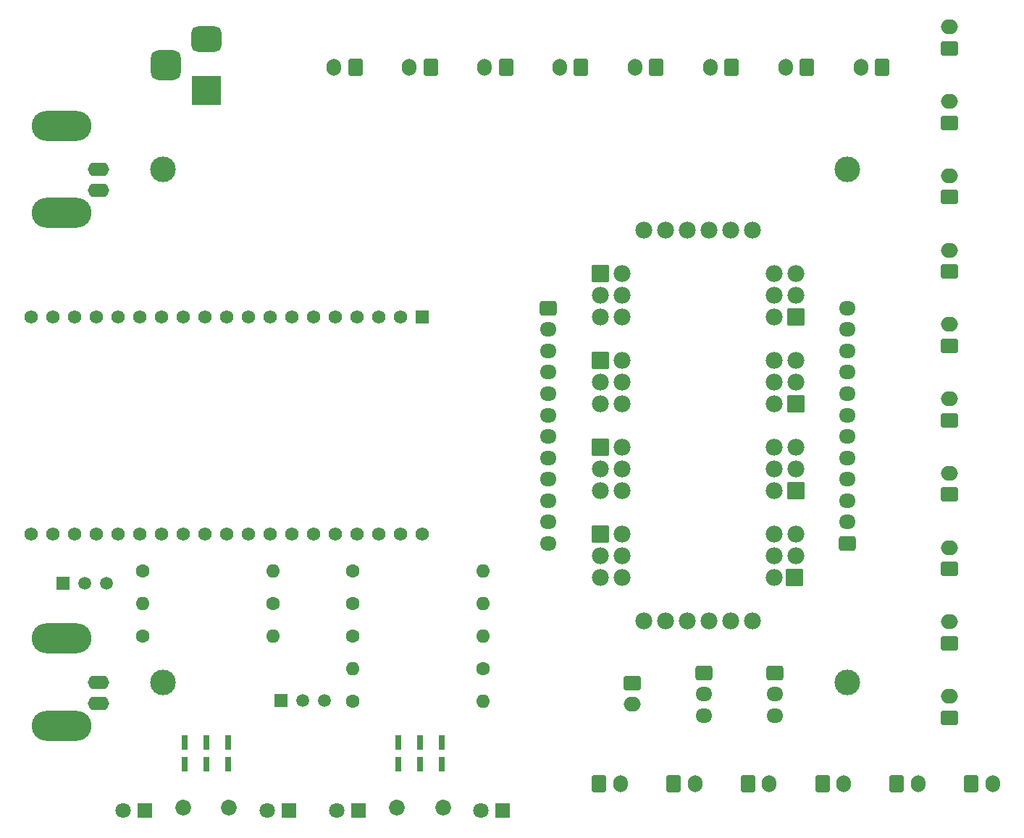
<source format=gbr>
%TF.GenerationSoftware,KiCad,Pcbnew,(6.0.4)*%
%TF.CreationDate,2023-06-02T21:22:22+02:00*%
%TF.ProjectId,LED-Zappelin-V2,4c45442d-5a61-4707-9065-6c696e2d5632,rev?*%
%TF.SameCoordinates,Original*%
%TF.FileFunction,Soldermask,Bot*%
%TF.FilePolarity,Negative*%
%FSLAX46Y46*%
G04 Gerber Fmt 4.6, Leading zero omitted, Abs format (unit mm)*
G04 Created by KiCad (PCBNEW (6.0.4)) date 2023-06-02 21:22:22*
%MOMM*%
%LPD*%
G01*
G04 APERTURE LIST*
G04 Aperture macros list*
%AMRoundRect*
0 Rectangle with rounded corners*
0 $1 Rounding radius*
0 $2 $3 $4 $5 $6 $7 $8 $9 X,Y pos of 4 corners*
0 Add a 4 corners polygon primitive as box body*
4,1,4,$2,$3,$4,$5,$6,$7,$8,$9,$2,$3,0*
0 Add four circle primitives for the rounded corners*
1,1,$1+$1,$2,$3*
1,1,$1+$1,$4,$5*
1,1,$1+$1,$6,$7*
1,1,$1+$1,$8,$9*
0 Add four rect primitives between the rounded corners*
20,1,$1+$1,$2,$3,$4,$5,0*
20,1,$1+$1,$4,$5,$6,$7,0*
20,1,$1+$1,$6,$7,$8,$9,0*
20,1,$1+$1,$8,$9,$2,$3,0*%
G04 Aperture macros list end*
%ADD10R,0.750000X1.750000*%
%ADD11C,1.850000*%
%ADD12C,1.600000*%
%ADD13O,1.600000X1.600000*%
%ADD14RoundRect,0.250000X0.600000X0.750000X-0.600000X0.750000X-0.600000X-0.750000X0.600000X-0.750000X0*%
%ADD15O,1.700000X2.000000*%
%ADD16RoundRect,0.250000X-0.750000X0.600000X-0.750000X-0.600000X0.750000X-0.600000X0.750000X0.600000X0*%
%ADD17O,2.000000X1.700000*%
%ADD18R,1.500000X1.500000*%
%ADD19C,1.500000*%
%ADD20C,3.000000*%
%ADD21O,2.499360X1.600200*%
%ADD22O,7.000240X3.500120*%
%ADD23RoundRect,0.250000X-0.600000X-0.750000X0.600000X-0.750000X0.600000X0.750000X-0.600000X0.750000X0*%
%ADD24RoundRect,0.250000X-0.725000X0.600000X-0.725000X-0.600000X0.725000X-0.600000X0.725000X0.600000X0*%
%ADD25O,1.950000X1.700000*%
%ADD26R,3.500000X3.500000*%
%ADD27RoundRect,0.750000X-1.000000X0.750000X-1.000000X-0.750000X1.000000X-0.750000X1.000000X0.750000X0*%
%ADD28RoundRect,0.875000X-0.875000X0.875000X-0.875000X-0.875000X0.875000X-0.875000X0.875000X0.875000X0*%
%ADD29RoundRect,0.250000X0.750000X-0.600000X0.750000X0.600000X-0.750000X0.600000X-0.750000X-0.600000X0*%
%ADD30RoundRect,0.250000X0.725000X-0.600000X0.725000X0.600000X-0.725000X0.600000X-0.725000X-0.600000X0*%
%ADD31R,1.800000X1.800000*%
%ADD32C,1.800000*%
%ADD33R,1.560000X1.560000*%
%ADD34C,1.560000*%
%ADD35C,1.981200*%
%ADD36RoundRect,0.101600X-0.889000X-0.889000X0.889000X-0.889000X0.889000X0.889000X-0.889000X0.889000X0*%
G04 APERTURE END LIST*
D10*
%TO.C,SW2*%
X106660000Y-129830000D03*
X109200000Y-129830000D03*
X111740000Y-129830000D03*
X106660000Y-132370000D03*
X109200000Y-132370000D03*
X111740000Y-132370000D03*
D11*
X106500000Y-137450000D03*
X111900000Y-137450000D03*
%TD*%
D12*
%TO.C,R2*%
X92020000Y-113550000D03*
D13*
X76780000Y-113550000D03*
%TD*%
D14*
%TO.C,J23*%
X101650000Y-50850000D03*
D15*
X99150000Y-50850000D03*
%TD*%
D16*
%TO.C,J29*%
X134000000Y-122850000D03*
D17*
X134000000Y-125350000D03*
%TD*%
D18*
%TO.C,Q1*%
X67450000Y-111200000D03*
D19*
X69990000Y-111200000D03*
X72530000Y-111200000D03*
%TD*%
D12*
%TO.C,R1*%
X76780000Y-117350000D03*
D13*
X92020000Y-117350000D03*
%TD*%
D20*
%TO.C,H4*%
X159200000Y-122750000D03*
%TD*%
D21*
%TO.C,J24*%
X71601260Y-122750000D03*
D22*
X67336600Y-127847780D03*
D21*
X71601260Y-125249360D03*
D22*
X67336600Y-117649680D03*
%TD*%
D21*
%TO.C,J25*%
X71601260Y-62750000D03*
D22*
X67336600Y-57649680D03*
D21*
X71601260Y-65249360D03*
D22*
X67336600Y-67847780D03*
%TD*%
D18*
%TO.C,Q2*%
X93000000Y-124900000D03*
D19*
X95540000Y-124900000D03*
X98080000Y-124900000D03*
%TD*%
D14*
%TO.C,J17*%
X154450000Y-50850000D03*
D15*
X151950000Y-50850000D03*
%TD*%
D23*
%TO.C,J3*%
X156250000Y-134650000D03*
D15*
X158750000Y-134650000D03*
%TD*%
D24*
%TO.C,SW3*%
X142400000Y-121650000D03*
D25*
X142400000Y-124150000D03*
X142400000Y-126650000D03*
%TD*%
D14*
%TO.C,J22*%
X110450000Y-50850000D03*
D15*
X107950000Y-50850000D03*
%TD*%
D26*
%TO.C,J30*%
X84200000Y-53550000D03*
D27*
X84200000Y-47550000D03*
D28*
X79500000Y-50550000D03*
%TD*%
D29*
%TO.C,J7*%
X171100000Y-118200000D03*
D17*
X171100000Y-115700000D03*
%TD*%
D29*
%TO.C,J10*%
X171100000Y-92100000D03*
D17*
X171100000Y-89600000D03*
%TD*%
D23*
%TO.C,J1*%
X138850000Y-134650000D03*
D15*
X141350000Y-134650000D03*
%TD*%
D29*
%TO.C,J15*%
X171100000Y-48600000D03*
D17*
X171100000Y-46100000D03*
%TD*%
D23*
%TO.C,J2*%
X147550000Y-134650000D03*
D15*
X150050000Y-134650000D03*
%TD*%
D10*
%TO.C,SW1*%
X81660000Y-129830000D03*
X84200000Y-129830000D03*
X86740000Y-129830000D03*
X81660000Y-132370000D03*
X84200000Y-132370000D03*
X86740000Y-132370000D03*
D11*
X81500000Y-137450000D03*
X86900000Y-137450000D03*
%TD*%
D29*
%TO.C,J6*%
X171100000Y-126900000D03*
D17*
X171100000Y-124400000D03*
%TD*%
D14*
%TO.C,J18*%
X145650000Y-50850000D03*
D15*
X143150000Y-50850000D03*
%TD*%
D20*
%TO.C,H3*%
X79200000Y-122750000D03*
%TD*%
D23*
%TO.C,J5*%
X173650000Y-134650000D03*
D15*
X176150000Y-134650000D03*
%TD*%
D30*
%TO.C,J28*%
X159200000Y-106500000D03*
D25*
X159200000Y-104000000D03*
X159200000Y-101500000D03*
X159200000Y-99000000D03*
X159200000Y-96500000D03*
X159200000Y-94000000D03*
X159200000Y-91500000D03*
X159200000Y-89000000D03*
X159200000Y-86500000D03*
X159200000Y-84000000D03*
X159200000Y-81500000D03*
X159200000Y-79000000D03*
%TD*%
D23*
%TO.C,J0*%
X130150000Y-134650000D03*
D15*
X132650000Y-134650000D03*
%TD*%
D14*
%TO.C,J16*%
X163250000Y-50850000D03*
D15*
X160750000Y-50850000D03*
%TD*%
D31*
%TO.C,D1*%
X77000000Y-137750000D03*
D32*
X74460000Y-137750000D03*
%TD*%
D12*
%TO.C,R7*%
X101380000Y-113550000D03*
D13*
X116620000Y-113550000D03*
%TD*%
D29*
%TO.C,J11*%
X171100000Y-83400000D03*
D17*
X171100000Y-80900000D03*
%TD*%
D33*
%TO.C,U1*%
X109460000Y-80050000D03*
D34*
X106920000Y-80050000D03*
X104380000Y-80050000D03*
X101840000Y-80050000D03*
X99300000Y-80050000D03*
X96760000Y-80050000D03*
X94220000Y-80050000D03*
X91680000Y-80050000D03*
X89140000Y-80050000D03*
X86600000Y-80050000D03*
X84060000Y-80050000D03*
X81520000Y-80050000D03*
X78980000Y-80050000D03*
X76440000Y-80050000D03*
X73900000Y-80050000D03*
X71360000Y-80050000D03*
X68820000Y-80050000D03*
X66280000Y-80050000D03*
X63740000Y-80050000D03*
X109460000Y-105450000D03*
X106920000Y-105450000D03*
X104380000Y-105450000D03*
X101840000Y-105450000D03*
X99300000Y-105450000D03*
X96760000Y-105450000D03*
X94220000Y-105450000D03*
X91680000Y-105450000D03*
X89140000Y-105450000D03*
X86600000Y-105450000D03*
X84060000Y-105450000D03*
X81520000Y-105450000D03*
X78980000Y-105450000D03*
X76440000Y-105450000D03*
X73900000Y-105450000D03*
X71360000Y-105450000D03*
X68820000Y-105450000D03*
X66280000Y-105450000D03*
X63740000Y-105450000D03*
%TD*%
D29*
%TO.C,J12*%
X171100000Y-74700000D03*
D17*
X171100000Y-72200000D03*
%TD*%
D14*
%TO.C,J20*%
X128050000Y-50850000D03*
D15*
X125550000Y-50850000D03*
%TD*%
D12*
%TO.C,R3*%
X76800000Y-109750000D03*
D13*
X92040000Y-109750000D03*
%TD*%
D20*
%TO.C,H1*%
X79200000Y-62750000D03*
%TD*%
D12*
%TO.C,R6*%
X101380000Y-124950000D03*
D13*
X116620000Y-124950000D03*
%TD*%
D31*
%TO.C,D2*%
X93875000Y-137750000D03*
D32*
X91335000Y-137750000D03*
%TD*%
D29*
%TO.C,J9*%
X171100000Y-100800000D03*
D17*
X171100000Y-98300000D03*
%TD*%
D14*
%TO.C,J19*%
X136850000Y-50850000D03*
D15*
X134350000Y-50850000D03*
%TD*%
D31*
%TO.C,D4*%
X102000000Y-137750000D03*
D32*
X99460000Y-137750000D03*
%TD*%
D14*
%TO.C,J21*%
X119250000Y-50850000D03*
D15*
X116750000Y-50850000D03*
%TD*%
D24*
%TO.C,J27*%
X124200000Y-79000000D03*
D25*
X124200000Y-81500000D03*
X124200000Y-84000000D03*
X124200000Y-86500000D03*
X124200000Y-89000000D03*
X124200000Y-91500000D03*
X124200000Y-94000000D03*
X124200000Y-96500000D03*
X124200000Y-99000000D03*
X124200000Y-101500000D03*
X124200000Y-104000000D03*
X124200000Y-106500000D03*
%TD*%
D12*
%TO.C,R4*%
X101380000Y-109750000D03*
D13*
X116620000Y-109750000D03*
%TD*%
D29*
%TO.C,J13*%
X171100000Y-66000000D03*
D17*
X171100000Y-63500000D03*
%TD*%
D24*
%TO.C,J26*%
X150700000Y-121650000D03*
D25*
X150700000Y-124150000D03*
X150700000Y-126650000D03*
%TD*%
D35*
%TO.C,U2*%
X137890000Y-115610000D03*
X137880000Y-69890000D03*
X145510000Y-115610000D03*
X145510000Y-69890000D03*
X142970000Y-115610000D03*
X142970000Y-69890000D03*
X140430000Y-69890000D03*
X132810000Y-74970000D03*
X132810000Y-77510000D03*
X132810000Y-80050000D03*
X132810000Y-85130000D03*
X132810000Y-87670000D03*
X132810000Y-90210000D03*
X132810000Y-95290000D03*
X132810000Y-97830000D03*
X132810000Y-100370000D03*
X132810000Y-105450000D03*
X132810000Y-107990000D03*
X132810000Y-110530000D03*
X150590000Y-110530000D03*
X150590000Y-107990000D03*
X150590000Y-105450000D03*
X150590000Y-100370000D03*
X150590000Y-97830000D03*
X150590000Y-95290000D03*
X150590000Y-90210000D03*
X150590000Y-87670000D03*
X150590000Y-85130000D03*
X150590000Y-80050000D03*
X150590000Y-77510000D03*
X150590000Y-74970000D03*
X140430000Y-115610000D03*
X148050000Y-69890000D03*
X148050000Y-115610000D03*
X130270000Y-110530000D03*
D36*
X130270000Y-95290000D03*
D35*
X153130000Y-87670000D03*
X130270000Y-100370000D03*
D36*
X153130000Y-80050000D03*
D35*
X153130000Y-95290000D03*
X130270000Y-90210000D03*
X153130000Y-97830000D03*
X153130000Y-74970000D03*
D36*
X153130000Y-100370000D03*
D35*
X135350000Y-115610000D03*
D36*
X153130000Y-90210000D03*
D35*
X153130000Y-105450000D03*
X130270000Y-107990000D03*
D36*
X153000000Y-110530000D03*
D35*
X153130000Y-107990000D03*
X130270000Y-77510000D03*
X130270000Y-80050000D03*
X153130000Y-85130000D03*
D36*
X130270000Y-85130000D03*
D35*
X135360000Y-69890000D03*
D36*
X130270000Y-105450000D03*
D35*
X153130000Y-77510000D03*
X130270000Y-87670000D03*
X130270000Y-97830000D03*
D36*
X130270000Y-74970000D03*
%TD*%
D12*
%TO.C,R8*%
X101380000Y-117350000D03*
D13*
X116620000Y-117350000D03*
%TD*%
D29*
%TO.C,J14*%
X171100000Y-57300000D03*
D17*
X171100000Y-54800000D03*
%TD*%
D23*
%TO.C,J4*%
X164950000Y-134650000D03*
D15*
X167450000Y-134650000D03*
%TD*%
D20*
%TO.C,H2*%
X159200000Y-62750000D03*
%TD*%
D29*
%TO.C,J8*%
X171100000Y-109500000D03*
D17*
X171100000Y-107000000D03*
%TD*%
D12*
%TO.C,R5*%
X116600000Y-121150000D03*
D13*
X101360000Y-121150000D03*
%TD*%
D31*
%TO.C,D3*%
X118875000Y-137750000D03*
D32*
X116335000Y-137750000D03*
%TD*%
M02*

</source>
